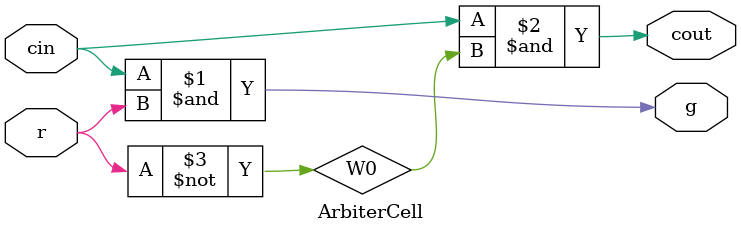
<source format=v>

module ArbiterCell(r,cin,g,cout);
input r, cin;
output g, cout;
wire W0;//connects inverter to cout and gate

not N0(W0,r);//Inverter of request signal
and A0(g,cin,r);//And request signal and carry in for grant signal
and A1(cout,cin,W0);//and inverted request signal and carry in signal for carry out

endmodule


</source>
